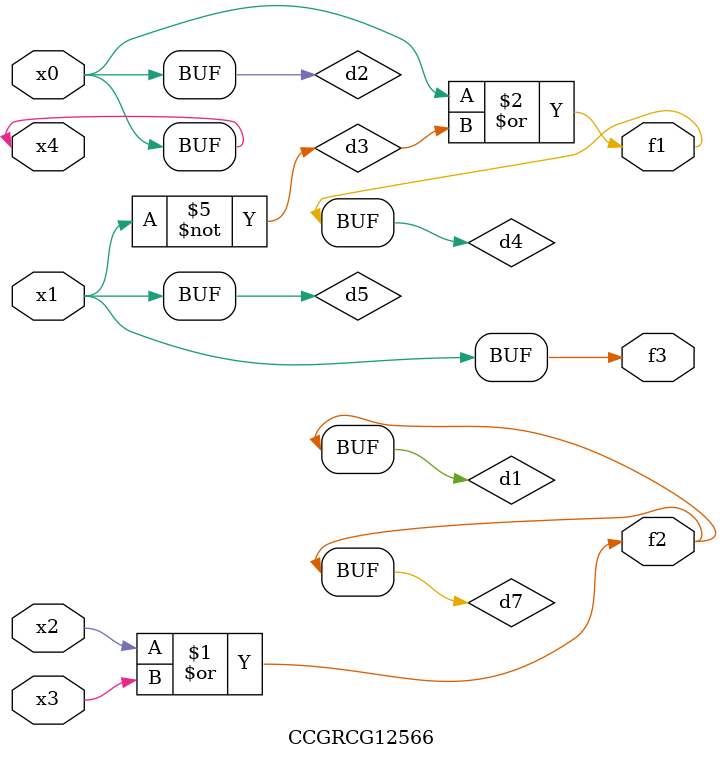
<source format=v>
module CCGRCG12566(
	input x0, x1, x2, x3, x4,
	output f1, f2, f3
);

	wire d1, d2, d3, d4, d5, d6, d7;

	or (d1, x2, x3);
	buf (d2, x0, x4);
	not (d3, x1);
	or (d4, d2, d3);
	not (d5, d3);
	nand (d6, d1, d3);
	or (d7, d1);
	assign f1 = d4;
	assign f2 = d7;
	assign f3 = d5;
endmodule

</source>
